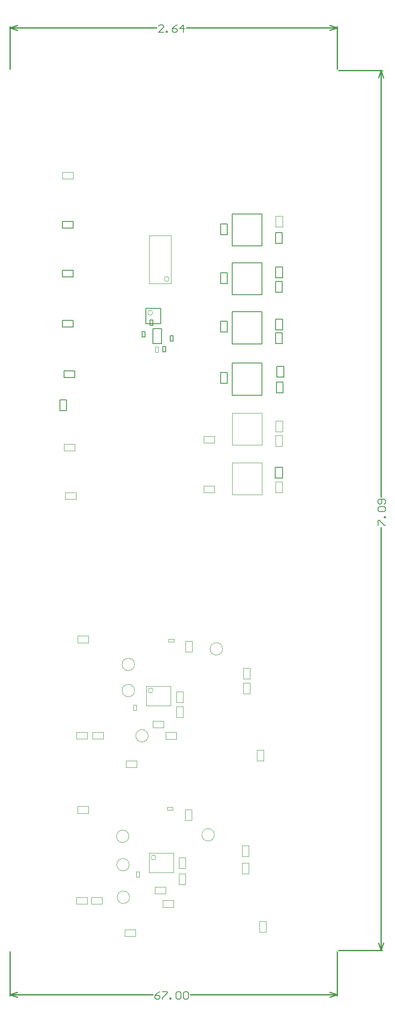
<source format=gbr>
G04 Layer_Color=16711935*
%FSLAX26Y26*%
%MOIN*%
%TF.FileFunction,Other,Mechanical_13*%
%TF.Part,Single*%
G01*
G75*
%TA.AperFunction,NonConductor*%
%ADD70C,0.003937*%
%ADD71C,0.010000*%
%ADD73C,0.005000*%
%ADD80C,0.006000*%
D70*
X1714504Y2426402D02*
G03*
X1714504Y2426402I-50000J0D01*
G01*
X1114504Y1726402D02*
G03*
X1114504Y1726402I-50000J0D01*
G01*
X1004504Y2091402D02*
G03*
X1004504Y2091402I-50000J0D01*
G01*
Y2301402D02*
G03*
X1004504Y2301402I-50000J0D01*
G01*
X964504Y426402D02*
G03*
X964504Y426402I-50000J0D01*
G01*
X961504Y688402D02*
G03*
X961504Y688402I-50000J0D01*
G01*
X959504Y917402D02*
G03*
X959504Y917402I-50000J0D01*
G01*
X1647504Y929402D02*
G03*
X1647504Y929402I-50000J0D01*
G01*
X1282852Y5405770D02*
G03*
X1282852Y5405770I-19685J0D01*
G01*
X1150332Y5133317D02*
G03*
X1150332Y5133317I-19685J0D01*
G01*
X1154197Y2091709D02*
G03*
X1154197Y2091709I-19685J0D01*
G01*
X1176710Y746557D02*
G03*
X1176710Y746557I-19685J0D01*
G01*
X623307Y1703425D02*
Y1756575D01*
X536693Y1703425D02*
Y1756575D01*
X623307D01*
X536693Y1703425D02*
X623307D01*
X1023307Y1473425D02*
Y1526575D01*
X936693Y1473425D02*
Y1526575D01*
X1023307D01*
X936693Y1473425D02*
X1023307D01*
X1873425Y756693D02*
X1926575D01*
X1873425Y843307D02*
X1926575D01*
Y756693D02*
Y843307D01*
X1873425Y756693D02*
Y843307D01*
X1926575Y616693D02*
Y703307D01*
X1873425Y616693D02*
Y703307D01*
Y616693D02*
X1926575D01*
X1873425Y703307D02*
X1926575D01*
X656693Y426575D02*
X743307D01*
X656693Y373425D02*
X743307D01*
Y426575D01*
X656693Y373425D02*
Y426575D01*
X536693Y373425D02*
X623308D01*
X536693Y426575D02*
X623308D01*
X536693Y373425D02*
Y426575D01*
X623308Y373425D02*
Y426575D01*
X1013307Y113425D02*
Y166575D01*
X926693Y113425D02*
Y166575D01*
X1013307D01*
X926693Y113425D02*
X1013307D01*
X1883425Y2186693D02*
Y2273307D01*
X1936575Y2186693D02*
Y2273307D01*
X1883425D02*
X1936575D01*
X1883425Y2186693D02*
X1936575D01*
X1883425Y2153307D02*
X1936575D01*
X1883425Y2066693D02*
X1936575D01*
X1883425D02*
Y2153307D01*
X1936575Y2066693D02*
Y2153307D01*
X1342811Y1699858D02*
Y1756945D01*
X1256197Y1699858D02*
Y1756945D01*
X1342811D01*
X1256197Y1699858D02*
X1342811D01*
X546710Y2474707D02*
Y2531793D01*
X633324Y2474707D02*
Y2531793D01*
X546710Y2474707D02*
X633324D01*
X546710Y2531793D02*
X633324D01*
X546693Y1101457D02*
Y1158543D01*
X633307Y1101457D02*
Y1158543D01*
X546693Y1101457D02*
X633307D01*
X546693Y1158543D02*
X633307D01*
X1318307Y346457D02*
Y403543D01*
X1231693Y346457D02*
Y403543D01*
X1318307D01*
X1231693Y346457D02*
X1318307D01*
X1298600Y5370337D02*
Y5756164D01*
X1121434Y5370337D02*
Y5756164D01*
Y5370337D02*
X1298600D01*
X1121434Y5756164D02*
X1298600D01*
X1561196Y4084828D02*
Y4137978D01*
X1647810Y4084828D02*
Y4137978D01*
X1561196D02*
X1647810D01*
X1561196Y4084828D02*
X1647810D01*
X2142656Y4058436D02*
X2195806D01*
X2142656Y4145050D02*
X2195806D01*
X2142656Y4058436D02*
Y4145050D01*
X2195806Y4058436D02*
Y4145050D01*
X2141457Y5826694D02*
Y5913307D01*
X2198543Y5826694D02*
Y5913307D01*
X2141457Y5826694D02*
X2198543D01*
X2141457Y5913307D02*
X2198543D01*
X1561198Y3684828D02*
Y3737978D01*
X1647812Y3684828D02*
Y3737978D01*
X1561198D02*
X1647812D01*
X1561198Y3684828D02*
X1647812D01*
X2142656Y3684420D02*
X2195806D01*
X2142656Y3771034D02*
X2195806D01*
X2142656Y3684420D02*
Y3771034D01*
X2195806Y3684420D02*
Y3771034D01*
X1791278Y4067768D02*
Y4325248D01*
X2031238Y4067768D02*
Y4325248D01*
X1791278Y4067768D02*
X2031238D01*
X1791278Y4325248D02*
X2031238D01*
X1791278Y3669854D02*
Y3927334D01*
X2031238Y3669854D02*
Y3927334D01*
X1791278Y3669854D02*
X2031238D01*
X1791278Y3927334D02*
X2031238D01*
X2141457Y4176694D02*
Y4263308D01*
X2198545Y4176694D02*
Y4263308D01*
X2141457Y4176694D02*
X2198545D01*
X2141457Y4263308D02*
X2198545D01*
X1172972Y4817096D02*
Y4860404D01*
X1196594Y4817096D02*
Y4860404D01*
X1172972Y4817096D02*
X1196594D01*
X1172972Y4860404D02*
X1196594D01*
X666693Y1756574D02*
X753307D01*
X666693Y1703426D02*
X753307D01*
Y1756574D01*
X666693Y1703426D02*
Y1756574D01*
X1269624Y1129302D02*
X1312930D01*
X1269624Y1152924D02*
X1312930D01*
X1269624Y1129302D02*
Y1152924D01*
X1312930Y1129302D02*
Y1152924D01*
X1099080Y2127142D02*
X1295930D01*
X1099080Y1969662D02*
X1295930D01*
X1099080D02*
Y2127142D01*
X1295930Y1969662D02*
Y2127142D01*
X1396080Y1877094D02*
Y1963708D01*
X1342930Y1877094D02*
Y1963708D01*
Y1877094D02*
X1396080D01*
X1342930Y1963708D02*
X1396080D01*
X1342930Y1996094D02*
Y2082708D01*
X1396080Y1996094D02*
Y2082708D01*
X1342930D02*
X1396080D01*
X1342930Y1996094D02*
X1396080D01*
X1362930Y659944D02*
Y746558D01*
X1416080Y659944D02*
Y746558D01*
X1362930D02*
X1416080D01*
X1362930Y659944D02*
X1416080D01*
Y530094D02*
Y616708D01*
X1362930Y530094D02*
Y616708D01*
Y530094D02*
X1416080D01*
X1362930Y616708D02*
X1416080D01*
X1411930Y1047094D02*
Y1133708D01*
X1465080Y1047094D02*
Y1133708D01*
X1411930D02*
X1465080D01*
X1411930Y1047094D02*
X1465080D01*
X1017694Y588750D02*
Y632056D01*
X1041316Y588750D02*
Y632056D01*
X1017694D02*
X1041316D01*
X1017694Y588750D02*
X1041316D01*
X996694Y1931750D02*
Y1975056D01*
X1020316Y1931750D02*
Y1975056D01*
X996694D02*
X1020316D01*
X996694Y1931750D02*
X1020316D01*
X423167Y6210994D02*
Y6264144D01*
X509781Y6210994D02*
Y6264144D01*
X423167D02*
X509781D01*
X423167Y6210994D02*
X509781D01*
X446691Y3633425D02*
X533305D01*
X446691Y3686575D02*
X533305D01*
Y3633425D02*
Y3686575D01*
X446691Y3633425D02*
Y3686575D01*
X1415930Y2403096D02*
Y2489710D01*
X1469080Y2403096D02*
Y2489710D01*
X1415930D02*
X1469080D01*
X1415930Y2403096D02*
X1469080D01*
X1121592Y781990D02*
X1318442D01*
X1121592Y624510D02*
X1318442D01*
X1121592D02*
Y781990D01*
X1318442Y624510D02*
Y781990D01*
X1278364Y2481440D02*
X1321670D01*
X1278364Y2505062D02*
X1321670D01*
X1278364Y2481440D02*
Y2505062D01*
X1321670Y2481440D02*
Y2505062D01*
X2013425Y146692D02*
Y233308D01*
X2066575Y146692D02*
Y233308D01*
X2013425D02*
X2066575D01*
X2013425Y146692D02*
X2066575D01*
X1170198Y509976D02*
X1256812D01*
X1170198Y456828D02*
X1256812D01*
Y509976D01*
X1170198Y456828D02*
Y509976D01*
X1152198Y1846976D02*
X1238812D01*
X1152198Y1793828D02*
X1238812D01*
Y1846976D01*
X1152198Y1793828D02*
Y1846976D01*
X1993425Y1526693D02*
Y1613307D01*
X2046575Y1526693D02*
Y1613307D01*
X1993425D02*
X2046575D01*
X1993425Y1526693D02*
X2046575D01*
X436691Y4023425D02*
X523305D01*
X436691Y4076575D02*
X523305D01*
Y4023425D02*
Y4076575D01*
X436691Y4023425D02*
Y4076575D01*
D71*
X2647796Y7086613D02*
X3002126D01*
X2647794Y-0D02*
X3002126D01*
X2992126Y3648272D02*
Y7086613D01*
Y-0D02*
Y3406340D01*
X2972126Y7026613D02*
X2992126Y7086613D01*
X3012126Y7026613D01*
X2992126Y-0D02*
X3012126Y60000D01*
X2972126D02*
X2992126Y-0D01*
X2637794Y-368909D02*
Y-10000D01*
X-1Y-368909D02*
Y-10000D01*
X1453853Y-358909D02*
X2637794D01*
X-1D02*
X1151940D01*
X2577794Y-338909D02*
X2637794Y-358909D01*
X2577794Y-378909D02*
X2637794Y-358909D01*
X-1D02*
X59999Y-378909D01*
X-1Y-358909D02*
X59999Y-338909D01*
X2637796Y7096613D02*
Y7438514D01*
X0Y7096615D02*
Y7438514D01*
X1423864Y7428514D02*
X2637796D01*
X0D02*
X1181932D01*
X2577796Y7448514D02*
X2637796Y7428514D01*
X2577796Y7408514D02*
X2637796Y7428514D01*
X0D02*
X60000Y7408514D01*
X0Y7428514D02*
X60000Y7448514D01*
D73*
X1697774Y4652922D02*
X1750924D01*
X1697774Y4566308D02*
X1750924D01*
Y4652922D01*
X1697774Y4566308D02*
Y4652922D01*
Y5066308D02*
X1750924D01*
X1697774Y4979694D02*
X1750924D01*
Y5066308D01*
X1697774Y4979694D02*
Y5066308D01*
X1697772Y5456074D02*
X1750922D01*
X1697772Y5369460D02*
X1750922D01*
Y5456074D01*
X1697772Y5369460D02*
Y5456074D01*
X1153286Y4887254D02*
Y5005364D01*
X1222184Y4887254D02*
Y5005364D01*
X1153286D02*
X1222184D01*
X1153286Y4887254D02*
X1222184D01*
X1292380Y4906624D02*
X1316002D01*
X1292380Y4949932D02*
X1316002D01*
X1292380Y4906624D02*
Y4949932D01*
X1316002Y4906624D02*
Y4949932D01*
X1065688Y4983710D02*
X1089310D01*
X1065688Y4940404D02*
X1089310D01*
Y4983710D01*
X1065688Y4940404D02*
Y4983710D01*
X1095216Y5046702D02*
X1217262D01*
X1095216Y5168750D02*
X1217262D01*
Y5046702D02*
Y5168750D01*
X1095216Y5046702D02*
Y5168750D01*
X2142655Y5692295D02*
X2195805D01*
X2142655Y5778909D02*
X2195805D01*
X2142655Y5692295D02*
Y5778909D01*
X2195805Y5692295D02*
Y5778909D01*
X2142656Y5298592D02*
X2195804D01*
X2142656Y5385206D02*
X2195804D01*
X2142656Y5298592D02*
Y5385206D01*
X2195804Y5298592D02*
Y5385206D01*
X2150528Y4487568D02*
X2203678D01*
X2150528Y4574182D02*
X2203678D01*
X2150528Y4487568D02*
Y4574182D01*
X2203678Y4487568D02*
Y4574182D01*
X2142654Y4885206D02*
X2195804D01*
X2142654Y4971820D02*
X2195804D01*
X2142654Y4885206D02*
Y4971820D01*
X2195804Y4885206D02*
Y4971820D01*
X2140688Y3802532D02*
Y3889146D01*
X2197774Y3802532D02*
Y3889146D01*
X2140688Y3802532D02*
X2197774D01*
X2140688Y3889146D02*
X2197774D01*
X2141457Y5416694D02*
Y5503308D01*
X2198545Y5416694D02*
Y5503308D01*
X2141457Y5416694D02*
X2198545D01*
X2141457Y5503308D02*
X2198545D01*
X2151457Y4616693D02*
Y4703307D01*
X2208543Y4616693D02*
Y4703307D01*
X2151457Y4616693D02*
X2208543D01*
X2151457Y4703307D02*
X2208543D01*
X2141457Y4996693D02*
Y5083307D01*
X2198545Y4996693D02*
Y5083307D01*
X2141457Y4996693D02*
X2198545D01*
X2141457Y5083307D02*
X2198545D01*
X1231358Y4861350D02*
X1254980D01*
X1231358Y4818042D02*
X1254980D01*
Y4861350D01*
X1231358Y4818042D02*
Y4861350D01*
X1697774Y5849774D02*
X1750924D01*
X1697774Y5763160D02*
X1750924D01*
Y5849774D01*
X1697774Y5763160D02*
Y5849774D01*
X1791276Y5672662D02*
Y5930142D01*
X2031238Y5672662D02*
Y5930142D01*
X1791276Y5672662D02*
X2031238D01*
X1791276Y5930142D02*
X2031238D01*
X1791276Y5278302D02*
Y5535782D01*
X2031238Y5278302D02*
Y5535782D01*
X1791276Y5278302D02*
X2031238D01*
X1791276Y5535782D02*
X2031238D01*
X1791276Y4470168D02*
Y4727648D01*
X2031238Y4470168D02*
Y4727648D01*
X1791276Y4470168D02*
X2031238D01*
X1791276Y4727648D02*
X2031238D01*
X1791276Y4883946D02*
Y5141426D01*
X2031238Y4883946D02*
Y5141426D01*
X1791276Y4883946D02*
X2031238D01*
X1791276Y5141426D02*
X2031238D01*
X1128010Y5076900D02*
X1151632D01*
X1128010Y5033592D02*
X1151632D01*
X1128010D02*
Y5076900D01*
X1151632Y5033592D02*
Y5076900D01*
X423165Y5817293D02*
X509781D01*
X423165Y5870441D02*
X509781D01*
Y5817293D02*
Y5870441D01*
X423165Y5817293D02*
Y5870441D01*
X423166Y5423594D02*
X509780D01*
X423166Y5476742D02*
X509780D01*
Y5423594D02*
Y5476742D01*
X423166Y5423594D02*
Y5476742D01*
X423168Y5020052D02*
X509782D01*
X423168Y5073202D02*
X509782D01*
Y5020052D02*
Y5073202D01*
X423168Y5020052D02*
Y5073202D01*
X436693Y4613427D02*
X523307D01*
X436693Y4666577D02*
X523307D01*
Y4613427D02*
Y4666577D01*
X436693Y4613427D02*
Y4666577D01*
X403427Y4346691D02*
Y4433307D01*
X456575Y4346691D02*
Y4433307D01*
X403427Y4346691D02*
X456575D01*
X403427Y4433307D02*
X456575D01*
D80*
X2968136Y3422340D02*
Y3462327D01*
X2978133D01*
X3018119Y3422340D01*
X3028116D01*
Y3482321D02*
X3018119D01*
Y3492318D01*
X3028116D01*
Y3482321D01*
X2978133Y3532305D02*
X2968136Y3542301D01*
Y3562295D01*
X2978133Y3572292D01*
X3018119D01*
X3028116Y3562295D01*
Y3542301D01*
X3018119Y3532305D01*
X2978133D01*
X3018119Y3592285D02*
X3028116Y3602282D01*
Y3622275D01*
X3018119Y3632272D01*
X2978133D01*
X2968136Y3622275D01*
Y3602282D01*
X2978133Y3592285D01*
X2988129D01*
X2998126Y3602282D01*
Y3632272D01*
X1207928Y-334919D02*
X1187934Y-344916D01*
X1167940Y-364909D01*
Y-384902D01*
X1177937Y-394899D01*
X1197931D01*
X1207928Y-384902D01*
Y-374906D01*
X1197931Y-364909D01*
X1167940D01*
X1227921Y-334919D02*
X1267908D01*
Y-344916D01*
X1227921Y-384902D01*
Y-394899D01*
X1287902D02*
Y-384902D01*
X1297899D01*
Y-394899D01*
X1287902D01*
X1337886Y-344916D02*
X1347882Y-334919D01*
X1367876D01*
X1377873Y-344916D01*
Y-384902D01*
X1367876Y-394899D01*
X1347882D01*
X1337886Y-384902D01*
Y-344916D01*
X1397866D02*
X1407863Y-334919D01*
X1427856D01*
X1437853Y-344916D01*
Y-384902D01*
X1427856Y-394899D01*
X1407863D01*
X1397866Y-384902D01*
Y-344916D01*
X1237919Y7392524D02*
X1197932D01*
X1237919Y7432511D01*
Y7442507D01*
X1227922Y7452504D01*
X1207929D01*
X1197932Y7442507D01*
X1257913Y7392524D02*
Y7402520D01*
X1267910D01*
Y7392524D01*
X1257913D01*
X1347884Y7452504D02*
X1327890Y7442507D01*
X1307897Y7422514D01*
Y7402520D01*
X1317893Y7392524D01*
X1337887D01*
X1347884Y7402520D01*
Y7412517D01*
X1337887Y7422514D01*
X1307897D01*
X1397868Y7392524D02*
Y7452504D01*
X1367877Y7422514D01*
X1407864D01*
%TF.MD5,08d269933ced2118d8008c9ee28cd378*%
M02*

</source>
